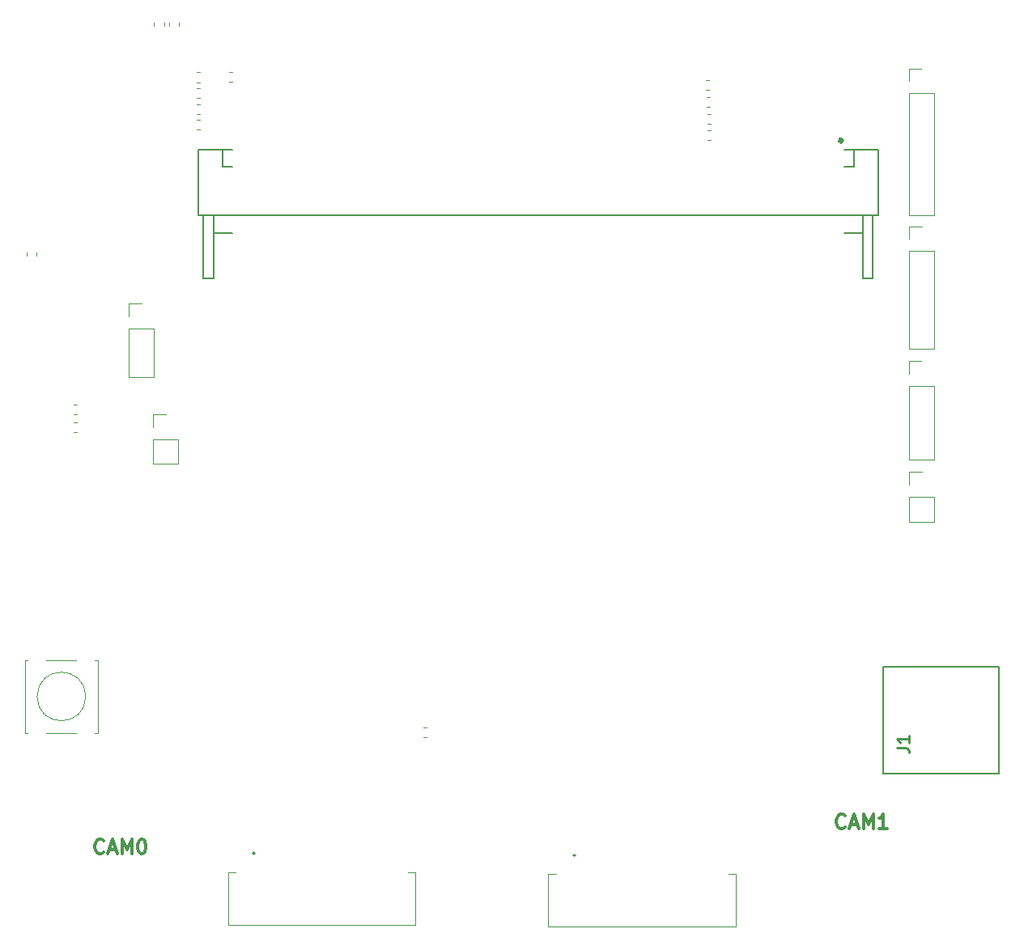
<source format=gbr>
%TF.GenerationSoftware,KiCad,Pcbnew,(5.0.1)-4*%
%TF.CreationDate,2019-03-02T12:31:22+00:00*%
%TF.ProjectId,camera module,63616D657261206D6F64756C652E6B69,rev?*%
%TF.SameCoordinates,Original*%
%TF.FileFunction,Legend,Top*%
%TF.FilePolarity,Positive*%
%FSLAX46Y46*%
G04 Gerber Fmt 4.6, Leading zero omitted, Abs format (unit mm)*
G04 Created by KiCad (PCBNEW (5.0.1)-4) date 02/03/2019 12:31:22*
%MOMM*%
%LPD*%
G01*
G04 APERTURE LIST*
%ADD10C,0.300000*%
%ADD11C,0.127000*%
%ADD12C,0.500000*%
%ADD13C,0.200000*%
%ADD14C,0.150000*%
%ADD15C,0.100000*%
%ADD16C,0.120000*%
%ADD17C,0.254000*%
G04 APERTURE END LIST*
D10*
X136450000Y-124805714D02*
X136378571Y-124877142D01*
X136164285Y-124948571D01*
X136021428Y-124948571D01*
X135807142Y-124877142D01*
X135664285Y-124734285D01*
X135592857Y-124591428D01*
X135521428Y-124305714D01*
X135521428Y-124091428D01*
X135592857Y-123805714D01*
X135664285Y-123662857D01*
X135807142Y-123520000D01*
X136021428Y-123448571D01*
X136164285Y-123448571D01*
X136378571Y-123520000D01*
X136450000Y-123591428D01*
X137021428Y-124520000D02*
X137735714Y-124520000D01*
X136878571Y-124948571D02*
X137378571Y-123448571D01*
X137878571Y-124948571D01*
X138378571Y-124948571D02*
X138378571Y-123448571D01*
X138878571Y-124520000D01*
X139378571Y-123448571D01*
X139378571Y-124948571D01*
X140878571Y-124948571D02*
X140021428Y-124948571D01*
X140450000Y-124948571D02*
X140450000Y-123448571D01*
X140307142Y-123662857D01*
X140164285Y-123805714D01*
X140021428Y-123877142D01*
X58900000Y-127425714D02*
X58828571Y-127497142D01*
X58614285Y-127568571D01*
X58471428Y-127568571D01*
X58257142Y-127497142D01*
X58114285Y-127354285D01*
X58042857Y-127211428D01*
X57971428Y-126925714D01*
X57971428Y-126711428D01*
X58042857Y-126425714D01*
X58114285Y-126282857D01*
X58257142Y-126140000D01*
X58471428Y-126068571D01*
X58614285Y-126068571D01*
X58828571Y-126140000D01*
X58900000Y-126211428D01*
X59471428Y-127140000D02*
X60185714Y-127140000D01*
X59328571Y-127568571D02*
X59828571Y-126068571D01*
X60328571Y-127568571D01*
X60828571Y-127568571D02*
X60828571Y-126068571D01*
X61328571Y-127140000D01*
X61828571Y-126068571D01*
X61828571Y-127568571D01*
X62828571Y-126068571D02*
X62971428Y-126068571D01*
X63114285Y-126140000D01*
X63185714Y-126211428D01*
X63257142Y-126354285D01*
X63328571Y-126640000D01*
X63328571Y-126997142D01*
X63257142Y-127282857D01*
X63185714Y-127425714D01*
X63114285Y-127497142D01*
X62971428Y-127568571D01*
X62828571Y-127568571D01*
X62685714Y-127497142D01*
X62614285Y-127425714D01*
X62542857Y-127282857D01*
X62471428Y-126997142D01*
X62471428Y-126640000D01*
X62542857Y-126354285D01*
X62614285Y-126211428D01*
X62685714Y-126140000D01*
X62828571Y-126068571D01*
D11*
X68800000Y-53950000D02*
X68800000Y-60800000D01*
X68800000Y-60800000D02*
X69350000Y-60800000D01*
X69350000Y-60800000D02*
X70400000Y-60800000D01*
X70400000Y-60800000D02*
X138300000Y-60800000D01*
X138300000Y-60800000D02*
X139350000Y-60800000D01*
X139350000Y-60800000D02*
X139900000Y-60800000D01*
X139900000Y-60800000D02*
X139900000Y-53950000D01*
X139900000Y-53950000D02*
X137370000Y-53950000D01*
X137370000Y-53950000D02*
X137370000Y-55680000D01*
X137370000Y-55680000D02*
X136350000Y-55680000D01*
X68800000Y-53950000D02*
X71330000Y-53950000D01*
X71330000Y-53950000D02*
X71330000Y-55680000D01*
X71330000Y-55680000D02*
X72350000Y-55680000D01*
X69350000Y-60800000D02*
X69350000Y-67400000D01*
X70400000Y-60800000D02*
X70400000Y-62650000D01*
X70400000Y-62650000D02*
X70400000Y-67400000D01*
X70400000Y-67400000D02*
X69350000Y-67400000D01*
X70400000Y-62650000D02*
X72350000Y-62650000D01*
X136350000Y-62650000D02*
X138300000Y-62650000D01*
X138300000Y-60800000D02*
X138300000Y-67400000D01*
X138300000Y-67400000D02*
X139350000Y-67400000D01*
X139350000Y-67400000D02*
X139350000Y-60800000D01*
X71350000Y-53950000D02*
X72350000Y-53950000D01*
X136350000Y-53950000D02*
X137350000Y-53950000D01*
D12*
X136100000Y-52950000D02*
G75*
G03X136100000Y-52950000I-100000J0D01*
G01*
D13*
X140450000Y-119190000D02*
X142550000Y-119190000D01*
D14*
X152550000Y-108050000D02*
X140450000Y-108050000D01*
X140450000Y-108050000D02*
X140470000Y-119180000D01*
X140470000Y-119180000D02*
X152530000Y-119180000D01*
X152530000Y-119180000D02*
X152530000Y-108030000D01*
D13*
X74500000Y-127525000D02*
G75*
G03X74700000Y-127525000I100000J0D01*
G01*
X74700000Y-127525000D02*
G75*
G03X74500000Y-127525000I-100000J0D01*
G01*
X74700000Y-127525000D02*
X74700000Y-127525000D01*
X74500000Y-127525000D02*
X74500000Y-127525000D01*
D15*
X91500000Y-129525000D02*
X90700000Y-129525000D01*
X91500000Y-135025000D02*
X91500000Y-129525000D01*
X71900000Y-135025000D02*
X91500000Y-135025000D01*
X71900000Y-129525000D02*
X71900000Y-135025000D01*
X72700000Y-129525000D02*
X71900000Y-129525000D01*
D16*
X68971267Y-47480000D02*
X68628733Y-47480000D01*
X68971267Y-48500000D02*
X68628733Y-48500000D01*
X72053733Y-45815000D02*
X72396267Y-45815000D01*
X72053733Y-46835000D02*
X72396267Y-46835000D01*
X121923733Y-46650000D02*
X122266267Y-46650000D01*
X121923733Y-47670000D02*
X122266267Y-47670000D01*
X122416267Y-51860000D02*
X122073733Y-51860000D01*
X122416267Y-52880000D02*
X122073733Y-52880000D01*
X65210000Y-40971267D02*
X65210000Y-40628733D01*
X64190000Y-40971267D02*
X64190000Y-40628733D01*
X68971267Y-51810000D02*
X68628733Y-51810000D01*
X68971267Y-50790000D02*
X68628733Y-50790000D01*
D15*
X106225000Y-129725000D02*
X105425000Y-129725000D01*
X105425000Y-129725000D02*
X105425000Y-135225000D01*
X105425000Y-135225000D02*
X125025000Y-135225000D01*
X125025000Y-135225000D02*
X125025000Y-129725000D01*
X125025000Y-129725000D02*
X124225000Y-129725000D01*
D13*
X108025000Y-127725000D02*
X108025000Y-127725000D01*
X108225000Y-127725000D02*
X108225000Y-127725000D01*
X108225000Y-127725000D02*
G75*
G03X108025000Y-127725000I-100000J0D01*
G01*
X108025000Y-127725000D02*
G75*
G03X108225000Y-127725000I100000J0D01*
G01*
D16*
X143150000Y-92840000D02*
X145810000Y-92840000D01*
X143150000Y-90240000D02*
X143150000Y-92840000D01*
X145810000Y-90240000D02*
X145810000Y-92840000D01*
X143150000Y-90240000D02*
X145810000Y-90240000D01*
X143150000Y-88970000D02*
X143150000Y-87640000D01*
X143150000Y-87640000D02*
X144480000Y-87640000D01*
X143120000Y-86305000D02*
X145780000Y-86305000D01*
X143120000Y-78625000D02*
X143120000Y-86305000D01*
X145780000Y-78625000D02*
X145780000Y-86305000D01*
X143120000Y-78625000D02*
X145780000Y-78625000D01*
X143120000Y-77355000D02*
X143120000Y-76025000D01*
X143120000Y-76025000D02*
X144450000Y-76025000D01*
X143145000Y-74735000D02*
X145805000Y-74735000D01*
X143145000Y-64515000D02*
X143145000Y-74735000D01*
X145805000Y-64515000D02*
X145805000Y-74735000D01*
X143145000Y-64515000D02*
X145805000Y-64515000D01*
X143145000Y-63245000D02*
X143145000Y-61915000D01*
X143145000Y-61915000D02*
X144475000Y-61915000D01*
X143120000Y-60780000D02*
X145780000Y-60780000D01*
X143120000Y-48020000D02*
X143120000Y-60780000D01*
X145780000Y-48020000D02*
X145780000Y-60780000D01*
X143120000Y-48020000D02*
X145780000Y-48020000D01*
X143120000Y-46750000D02*
X143120000Y-45420000D01*
X143120000Y-45420000D02*
X144450000Y-45420000D01*
X64070000Y-86795000D02*
X66730000Y-86795000D01*
X64070000Y-84195000D02*
X64070000Y-86795000D01*
X66730000Y-84195000D02*
X66730000Y-86795000D01*
X64070000Y-84195000D02*
X66730000Y-84195000D01*
X64070000Y-82925000D02*
X64070000Y-81595000D01*
X64070000Y-81595000D02*
X65400000Y-81595000D01*
X68956267Y-45820000D02*
X68613733Y-45820000D01*
X68956267Y-46840000D02*
X68613733Y-46840000D01*
X122346267Y-48390000D02*
X122003733Y-48390000D01*
X122346267Y-49410000D02*
X122003733Y-49410000D01*
X122063733Y-50190000D02*
X122406267Y-50190000D01*
X122063733Y-51210000D02*
X122406267Y-51210000D01*
X66760000Y-40971267D02*
X66760000Y-40628733D01*
X65740000Y-40971267D02*
X65740000Y-40628733D01*
X68971267Y-49190000D02*
X68628733Y-49190000D01*
X68971267Y-50210000D02*
X68628733Y-50210000D01*
X50866831Y-65017301D02*
X50866831Y-64674767D01*
X51886831Y-65017301D02*
X51886831Y-64674767D01*
X55803733Y-82465000D02*
X56146267Y-82465000D01*
X55803733Y-83485000D02*
X56146267Y-83485000D01*
X55803733Y-80540000D02*
X56146267Y-80540000D01*
X55803733Y-81560000D02*
X56146267Y-81560000D01*
X50675000Y-114925000D02*
X50675000Y-107305000D01*
X50675000Y-107305000D02*
X50975000Y-107305000D01*
X58295000Y-107305000D02*
X58295000Y-114925000D01*
X50675000Y-114925000D02*
X50975000Y-114925000D01*
X52915000Y-107305000D02*
X56055000Y-107305000D01*
X52915000Y-114925000D02*
X56055000Y-114925000D01*
X57995000Y-107305000D02*
X58295000Y-107305000D01*
X57995000Y-114925000D02*
X58295000Y-114925000D01*
X57025000Y-111115000D02*
G75*
G03X57025000Y-111115000I-2540000J0D01*
G01*
X61520000Y-77720000D02*
X64180000Y-77720000D01*
X61520000Y-72580000D02*
X61520000Y-77720000D01*
X64180000Y-72580000D02*
X64180000Y-77720000D01*
X61520000Y-72580000D02*
X64180000Y-72580000D01*
X61520000Y-71310000D02*
X61520000Y-69980000D01*
X61520000Y-69980000D02*
X62850000Y-69980000D01*
X92363733Y-114390000D02*
X92706267Y-114390000D01*
X92363733Y-115410000D02*
X92706267Y-115410000D01*
D17*
X141854523Y-116473333D02*
X142761666Y-116473333D01*
X142943095Y-116533809D01*
X143064047Y-116654761D01*
X143124523Y-116836190D01*
X143124523Y-116957142D01*
X143124523Y-115203333D02*
X143124523Y-115929047D01*
X143124523Y-115566190D02*
X141854523Y-115566190D01*
X142035952Y-115687142D01*
X142156904Y-115808095D01*
X142217380Y-115929047D01*
M02*

</source>
